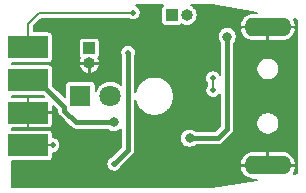
<source format=gbr>
G04 #@! TF.GenerationSoftware,KiCad,Pcbnew,(5.1.4)-1*
G04 #@! TF.CreationDate,2019-09-27T16:29:42+02:00*
G04 #@! TF.ProjectId,JoyAdapter,4a6f7941-6461-4707-9465-722e6b696361,rev?*
G04 #@! TF.SameCoordinates,Original*
G04 #@! TF.FileFunction,Copper,L2,Bot*
G04 #@! TF.FilePolarity,Positive*
%FSLAX46Y46*%
G04 Gerber Fmt 4.6, Leading zero omitted, Abs format (unit mm)*
G04 Created by KiCad (PCBNEW (5.1.4)-1) date 2019-09-27 16:29:42*
%MOMM*%
%LPD*%
G04 APERTURE LIST*
%ADD10O,1.000000X1.000000*%
%ADD11R,1.000000X1.000000*%
%ADD12R,3.480000X1.846667*%
%ADD13O,4.000000X1.600000*%
%ADD14C,1.800000*%
%ADD15R,1.800000X1.800000*%
%ADD16C,0.800000*%
%ADD17C,0.508000*%
%ADD18C,0.400000*%
%ADD19C,0.203200*%
G04 APERTURE END LIST*
D10*
X6985000Y2794000D03*
D11*
X6985000Y4064000D03*
D10*
X15240000Y6858000D03*
D11*
X13970000Y6858000D03*
D12*
X1778000Y-4155000D03*
X1778000Y-1385000D03*
X1778000Y1385000D03*
X1778000Y4155000D03*
D13*
X22093000Y-5850000D03*
X22093000Y5850000D03*
D14*
X8763000Y0D03*
D15*
X6223000Y0D03*
D16*
X12293600Y-2336800D03*
D17*
X13655800Y3191000D03*
X4800600Y-5740400D03*
D16*
X18669000Y5054600D03*
X15468600Y-3556000D03*
X9042400Y-2209800D03*
D17*
X9093200Y-5715000D03*
X10269600Y3691000D03*
X3873500Y-4127502D03*
X10676002Y7086590D03*
X17449800Y1524012D03*
X17475654Y507988D03*
D18*
X15468600Y-3556000D02*
X17881600Y-3556000D01*
X18669000Y-2768600D02*
X18669000Y5054600D01*
X17881600Y-3556000D02*
X18669000Y-2768600D01*
X4872999Y-893333D02*
X4872999Y-1260001D01*
X2594666Y1385000D02*
X4872999Y-893333D01*
X8476715Y-2209800D02*
X9042400Y-2209800D01*
X1778000Y1385000D02*
X2594666Y1385000D01*
X5822798Y-2209800D02*
X8476715Y-2209800D01*
X4872999Y-1260001D02*
X5822798Y-2209800D01*
X10269600Y-4538600D02*
X9093200Y-5715000D01*
X10269600Y3691000D02*
X10269600Y-4538600D01*
D19*
X1778000Y-4155000D02*
X3846002Y-4155000D01*
X3846002Y-4155000D02*
X3873500Y-4127502D01*
X4267190Y7086590D02*
X10676002Y7086590D01*
X2717790Y7086590D02*
X4267190Y7086590D01*
X1778000Y4155000D02*
X1778000Y6146800D01*
X1778000Y6146800D02*
X2717790Y7086590D01*
X17449800Y1524012D02*
X17449800Y533842D01*
X17449800Y533842D02*
X17475654Y507988D01*
G36*
X13181242Y7646758D02*
G01*
X13130456Y7584876D01*
X13092719Y7514275D01*
X13069481Y7437668D01*
X13061634Y7358000D01*
X13061634Y6358000D01*
X13069481Y6278332D01*
X13092719Y6201725D01*
X13130456Y6131124D01*
X13181242Y6069242D01*
X13243124Y6018456D01*
X13313725Y5980719D01*
X13390332Y5957481D01*
X13470000Y5949634D01*
X14470000Y5949634D01*
X14549668Y5957481D01*
X14626275Y5980719D01*
X14696876Y6018456D01*
X14758758Y6069242D01*
X14769158Y6081915D01*
X14891458Y6016544D01*
X15062315Y5964715D01*
X15195477Y5951600D01*
X15284523Y5951600D01*
X15417685Y5964715D01*
X15588542Y6016544D01*
X15746005Y6100710D01*
X15884022Y6213978D01*
X15997290Y6351995D01*
X16081456Y6509458D01*
X16133285Y6680315D01*
X16150785Y6858000D01*
X16133285Y7035685D01*
X16081456Y7206542D01*
X15997290Y7364005D01*
X15884022Y7502022D01*
X15746005Y7615290D01*
X15593885Y7696600D01*
X17363301Y7696600D01*
X21204501Y7056400D01*
X20867600Y7056400D01*
X20632731Y7028264D01*
X20407864Y6954848D01*
X20201641Y6838973D01*
X20021986Y6685093D01*
X19875804Y6499121D01*
X19768712Y6288203D01*
X19705690Y6063768D01*
X19788492Y5875400D01*
X22067600Y5875400D01*
X22067600Y5895400D01*
X22118400Y5895400D01*
X22118400Y5875400D01*
X24397508Y5875400D01*
X24480310Y6063768D01*
X24417288Y6288203D01*
X24310196Y6499121D01*
X24274319Y6544764D01*
X24587600Y6492550D01*
X24587601Y-6492550D01*
X24274319Y-6544764D01*
X24310196Y-6499121D01*
X24417288Y-6288203D01*
X24480310Y-6063768D01*
X24397508Y-5875400D01*
X22118400Y-5875400D01*
X22118400Y-5895400D01*
X22067600Y-5895400D01*
X22067600Y-5875400D01*
X19788492Y-5875400D01*
X19705690Y-6063768D01*
X19768712Y-6288203D01*
X19875804Y-6499121D01*
X20021986Y-6685093D01*
X20201641Y-6838973D01*
X20407864Y-6954848D01*
X20632731Y-7028264D01*
X20867600Y-7056400D01*
X21204501Y-7056400D01*
X17363301Y-7696600D01*
X431400Y-7696600D01*
X431400Y-5486699D01*
X3518000Y-5486699D01*
X3597668Y-5478852D01*
X3674275Y-5455614D01*
X3744876Y-5417877D01*
X3806758Y-5367091D01*
X3857544Y-5305209D01*
X3895281Y-5234608D01*
X3918519Y-5158001D01*
X3926366Y-5078333D01*
X3926366Y-4787902D01*
X3938544Y-4787902D01*
X4066131Y-4762523D01*
X4186317Y-4712741D01*
X4294480Y-4640468D01*
X4386466Y-4548482D01*
X4458739Y-4440319D01*
X4508521Y-4320133D01*
X4533900Y-4192546D01*
X4533900Y-4062458D01*
X4508521Y-3934871D01*
X4458739Y-3814685D01*
X4386466Y-3706522D01*
X4294480Y-3614536D01*
X4186317Y-3542263D01*
X4066131Y-3492481D01*
X3938544Y-3467102D01*
X3926366Y-3467102D01*
X3926366Y-3231667D01*
X3918519Y-3151999D01*
X3895281Y-3075392D01*
X3857544Y-3004791D01*
X3806758Y-2942909D01*
X3744876Y-2892123D01*
X3674275Y-2854386D01*
X3597668Y-2831148D01*
X3518000Y-2823301D01*
X431400Y-2823301D01*
X431400Y-2716220D01*
X1651000Y-2714733D01*
X1752600Y-2613133D01*
X1752600Y-1410400D01*
X1803400Y-1410400D01*
X1803400Y-2613133D01*
X1905000Y-2714733D01*
X3518000Y-2716699D01*
X3597668Y-2708852D01*
X3674275Y-2685614D01*
X3744876Y-2647877D01*
X3806758Y-2597091D01*
X3857544Y-2535209D01*
X3895281Y-2464608D01*
X3918519Y-2388001D01*
X3926366Y-2308333D01*
X3924400Y-1512000D01*
X3822800Y-1410400D01*
X1803400Y-1410400D01*
X1752600Y-1410400D01*
X1732600Y-1410400D01*
X1732600Y-1359600D01*
X1752600Y-1359600D01*
X1752600Y-156867D01*
X1651000Y-55267D01*
X431400Y-53780D01*
X431400Y53301D01*
X3068787Y53301D01*
X3175806Y-53718D01*
X1905000Y-55267D01*
X1803400Y-156867D01*
X1803400Y-1359600D01*
X3822800Y-1359600D01*
X3924400Y-1258000D01*
X3925522Y-803435D01*
X4266599Y-1144512D01*
X4266599Y-1230219D01*
X4263666Y-1260001D01*
X4266599Y-1289783D01*
X4266599Y-1289791D01*
X4275373Y-1378876D01*
X4310048Y-1493183D01*
X4311114Y-1495177D01*
X4366357Y-1598529D01*
X4406013Y-1646849D01*
X4442136Y-1690865D01*
X4465274Y-1709854D01*
X5372944Y-2617525D01*
X5391934Y-2640664D01*
X5484270Y-2716443D01*
X5589616Y-2772751D01*
X5703923Y-2807426D01*
X5793008Y-2816200D01*
X5793016Y-2816200D01*
X5822798Y-2819133D01*
X5852580Y-2816200D01*
X8508378Y-2816200D01*
X8528350Y-2836172D01*
X8660426Y-2924423D01*
X8807182Y-2985211D01*
X8962977Y-3016200D01*
X9121823Y-3016200D01*
X9277618Y-2985211D01*
X9424374Y-2924423D01*
X9556450Y-2836172D01*
X9663201Y-2729421D01*
X9663201Y-4287420D01*
X8849482Y-5101140D01*
X8780383Y-5129761D01*
X8672220Y-5202034D01*
X8580234Y-5294020D01*
X8507961Y-5402183D01*
X8458179Y-5522369D01*
X8432800Y-5649956D01*
X8432800Y-5780044D01*
X8458179Y-5907631D01*
X8507961Y-6027817D01*
X8580234Y-6135980D01*
X8672220Y-6227966D01*
X8780383Y-6300239D01*
X8900569Y-6350021D01*
X9028156Y-6375400D01*
X9158244Y-6375400D01*
X9285831Y-6350021D01*
X9406017Y-6300239D01*
X9514180Y-6227966D01*
X9606166Y-6135980D01*
X9678439Y-6027817D01*
X9707060Y-5958718D01*
X10029546Y-5636232D01*
X19705690Y-5636232D01*
X19788492Y-5824600D01*
X22067600Y-5824600D01*
X22067600Y-4643600D01*
X22118400Y-4643600D01*
X22118400Y-5824600D01*
X24397508Y-5824600D01*
X24480310Y-5636232D01*
X24417288Y-5411797D01*
X24310196Y-5200879D01*
X24164014Y-5014907D01*
X23984359Y-4861027D01*
X23778136Y-4745152D01*
X23553269Y-4671736D01*
X23318400Y-4643600D01*
X22118400Y-4643600D01*
X22067600Y-4643600D01*
X20867600Y-4643600D01*
X20632731Y-4671736D01*
X20407864Y-4745152D01*
X20201641Y-4861027D01*
X20021986Y-5014907D01*
X19875804Y-5200879D01*
X19768712Y-5411797D01*
X19705690Y-5636232D01*
X10029546Y-5636232D01*
X10677325Y-4988454D01*
X10700464Y-4969464D01*
X10776243Y-4877128D01*
X10832551Y-4771782D01*
X10867226Y-4657475D01*
X10876000Y-4568390D01*
X10876000Y-4568382D01*
X10878933Y-4538600D01*
X10876000Y-4508818D01*
X10876000Y-3476577D01*
X14662200Y-3476577D01*
X14662200Y-3635423D01*
X14693189Y-3791218D01*
X14753977Y-3937974D01*
X14842228Y-4070050D01*
X14954550Y-4182372D01*
X15086626Y-4270623D01*
X15233382Y-4331411D01*
X15389177Y-4362400D01*
X15548023Y-4362400D01*
X15703818Y-4331411D01*
X15850574Y-4270623D01*
X15982650Y-4182372D01*
X16002622Y-4162400D01*
X17851818Y-4162400D01*
X17881600Y-4165333D01*
X17911382Y-4162400D01*
X17911390Y-4162400D01*
X18000475Y-4153626D01*
X18114782Y-4118951D01*
X18220128Y-4062643D01*
X18312464Y-3986864D01*
X18331458Y-3963720D01*
X19076726Y-3218452D01*
X19099864Y-3199464D01*
X19175643Y-3107128D01*
X19231951Y-3001782D01*
X19245119Y-2958374D01*
X19266626Y-2887476D01*
X19271166Y-2841377D01*
X19275400Y-2798390D01*
X19275400Y-2798382D01*
X19278333Y-2768600D01*
X19275400Y-2738818D01*
X19275400Y-2205803D01*
X21136600Y-2205803D01*
X21136600Y-2394197D01*
X21173354Y-2578972D01*
X21245449Y-2753025D01*
X21350115Y-2909670D01*
X21483330Y-3042885D01*
X21639975Y-3147551D01*
X21814028Y-3219646D01*
X21998803Y-3256400D01*
X22187197Y-3256400D01*
X22371972Y-3219646D01*
X22546025Y-3147551D01*
X22702670Y-3042885D01*
X22835885Y-2909670D01*
X22940551Y-2753025D01*
X23012646Y-2578972D01*
X23049400Y-2394197D01*
X23049400Y-2205803D01*
X23012646Y-2021028D01*
X22940551Y-1846975D01*
X22835885Y-1690330D01*
X22702670Y-1557115D01*
X22546025Y-1452449D01*
X22371972Y-1380354D01*
X22187197Y-1343600D01*
X21998803Y-1343600D01*
X21814028Y-1380354D01*
X21639975Y-1452449D01*
X21483330Y-1557115D01*
X21350115Y-1690330D01*
X21245449Y-1846975D01*
X21173354Y-2021028D01*
X21136600Y-2205803D01*
X19275400Y-2205803D01*
X19275400Y2394197D01*
X21136600Y2394197D01*
X21136600Y2205803D01*
X21173354Y2021028D01*
X21245449Y1846975D01*
X21350115Y1690330D01*
X21483330Y1557115D01*
X21639975Y1452449D01*
X21814028Y1380354D01*
X21998803Y1343600D01*
X22187197Y1343600D01*
X22371972Y1380354D01*
X22546025Y1452449D01*
X22702670Y1557115D01*
X22835885Y1690330D01*
X22940551Y1846975D01*
X23012646Y2021028D01*
X23049400Y2205803D01*
X23049400Y2394197D01*
X23012646Y2578972D01*
X22940551Y2753025D01*
X22835885Y2909670D01*
X22702670Y3042885D01*
X22546025Y3147551D01*
X22371972Y3219646D01*
X22187197Y3256400D01*
X21998803Y3256400D01*
X21814028Y3219646D01*
X21639975Y3147551D01*
X21483330Y3042885D01*
X21350115Y2909670D01*
X21245449Y2753025D01*
X21173354Y2578972D01*
X21136600Y2394197D01*
X19275400Y2394197D01*
X19275400Y4520578D01*
X19295372Y4540550D01*
X19383623Y4672626D01*
X19444411Y4819382D01*
X19475400Y4975177D01*
X19475400Y5134023D01*
X19444411Y5289818D01*
X19383623Y5436574D01*
X19295372Y5568650D01*
X19227790Y5636232D01*
X19705690Y5636232D01*
X19768712Y5411797D01*
X19875804Y5200879D01*
X20021986Y5014907D01*
X20201641Y4861027D01*
X20407864Y4745152D01*
X20632731Y4671736D01*
X20867600Y4643600D01*
X22067600Y4643600D01*
X22067600Y5824600D01*
X22118400Y5824600D01*
X22118400Y4643600D01*
X23318400Y4643600D01*
X23553269Y4671736D01*
X23778136Y4745152D01*
X23984359Y4861027D01*
X24164014Y5014907D01*
X24310196Y5200879D01*
X24417288Y5411797D01*
X24480310Y5636232D01*
X24397508Y5824600D01*
X22118400Y5824600D01*
X22067600Y5824600D01*
X19788492Y5824600D01*
X19705690Y5636232D01*
X19227790Y5636232D01*
X19183050Y5680972D01*
X19050974Y5769223D01*
X18904218Y5830011D01*
X18748423Y5861000D01*
X18589577Y5861000D01*
X18433782Y5830011D01*
X18287026Y5769223D01*
X18154950Y5680972D01*
X18042628Y5568650D01*
X17954377Y5436574D01*
X17893589Y5289818D01*
X17862600Y5134023D01*
X17862600Y4975177D01*
X17893589Y4819382D01*
X17954377Y4672626D01*
X18042628Y4540550D01*
X18062601Y4520577D01*
X18062601Y1770289D01*
X18035039Y1836829D01*
X17962766Y1944992D01*
X17870780Y2036978D01*
X17762617Y2109251D01*
X17642431Y2159033D01*
X17514844Y2184412D01*
X17384756Y2184412D01*
X17257169Y2159033D01*
X17136983Y2109251D01*
X17028820Y2036978D01*
X16936834Y1944992D01*
X16864561Y1836829D01*
X16814779Y1716643D01*
X16789400Y1589056D01*
X16789400Y1458968D01*
X16814779Y1331381D01*
X16864561Y1211195D01*
X16936834Y1103032D01*
X16941800Y1098066D01*
X16941801Y897708D01*
X16890415Y820805D01*
X16840633Y700619D01*
X16815254Y573032D01*
X16815254Y442944D01*
X16840633Y315357D01*
X16890415Y195171D01*
X16962688Y87008D01*
X17054674Y-4978D01*
X17162837Y-77251D01*
X17283023Y-127033D01*
X17410610Y-152412D01*
X17540698Y-152412D01*
X17668285Y-127033D01*
X17788471Y-77251D01*
X17896634Y-4978D01*
X17988620Y87008D01*
X18060893Y195171D01*
X18062600Y199293D01*
X18062600Y-2517421D01*
X17630422Y-2949600D01*
X16002622Y-2949600D01*
X15982650Y-2929628D01*
X15850574Y-2841377D01*
X15703818Y-2780589D01*
X15548023Y-2749600D01*
X15389177Y-2749600D01*
X15233382Y-2780589D01*
X15086626Y-2841377D01*
X14954550Y-2929628D01*
X14842228Y-3041950D01*
X14753977Y-3174026D01*
X14693189Y-3320782D01*
X14662200Y-3476577D01*
X10876000Y-3476577D01*
X10876000Y-342116D01*
X10904054Y-483154D01*
X11028917Y-784600D01*
X11210190Y-1055894D01*
X11440906Y-1286610D01*
X11712200Y-1467883D01*
X12013646Y-1592746D01*
X12333659Y-1656400D01*
X12659941Y-1656400D01*
X12979954Y-1592746D01*
X13281400Y-1467883D01*
X13552694Y-1286610D01*
X13783410Y-1055894D01*
X13964683Y-784600D01*
X14089546Y-483154D01*
X14153200Y-163141D01*
X14153200Y163141D01*
X14089546Y483154D01*
X13964683Y784600D01*
X13783410Y1055894D01*
X13552694Y1286610D01*
X13281400Y1467883D01*
X12979954Y1592746D01*
X12659941Y1656400D01*
X12333659Y1656400D01*
X12013646Y1592746D01*
X11712200Y1467883D01*
X11440906Y1286610D01*
X11210190Y1055894D01*
X11028917Y784600D01*
X10904054Y483154D01*
X10876000Y342116D01*
X10876000Y3429271D01*
X10904621Y3498369D01*
X10930000Y3625956D01*
X10930000Y3756044D01*
X10904621Y3883631D01*
X10854839Y4003817D01*
X10782566Y4111980D01*
X10690580Y4203966D01*
X10582417Y4276239D01*
X10462231Y4326021D01*
X10334644Y4351400D01*
X10204556Y4351400D01*
X10076969Y4326021D01*
X9956783Y4276239D01*
X9848620Y4203966D01*
X9756634Y4111980D01*
X9684361Y4003817D01*
X9634579Y3883631D01*
X9609200Y3756044D01*
X9609200Y3625956D01*
X9634579Y3498369D01*
X9663200Y3429271D01*
X9663200Y947328D01*
X9595781Y1014747D01*
X9381812Y1157717D01*
X9144063Y1256196D01*
X8891669Y1306400D01*
X8634331Y1306400D01*
X8381937Y1256196D01*
X8144188Y1157717D01*
X7930219Y1014747D01*
X7748253Y832781D01*
X7605283Y618812D01*
X7531366Y440361D01*
X7531366Y900000D01*
X7523519Y979668D01*
X7500281Y1056275D01*
X7462544Y1126876D01*
X7411758Y1188758D01*
X7349876Y1239544D01*
X7279275Y1277281D01*
X7202668Y1300519D01*
X7123000Y1308366D01*
X5323000Y1308366D01*
X5243332Y1300519D01*
X5166725Y1277281D01*
X5096124Y1239544D01*
X5034242Y1188758D01*
X4983456Y1126876D01*
X4945719Y1056275D01*
X4922481Y979668D01*
X4914634Y900000D01*
X4914634Y-77389D01*
X3926366Y910878D01*
X3926366Y2308333D01*
X3918519Y2388001D01*
X3895281Y2464608D01*
X3857544Y2535209D01*
X3806758Y2597091D01*
X3770100Y2627176D01*
X6094084Y2627176D01*
X6098058Y2607184D01*
X6151546Y2437740D01*
X6237063Y2281987D01*
X6351323Y2145910D01*
X6489935Y2034739D01*
X6647572Y1952746D01*
X6818176Y1903082D01*
X6959600Y1989554D01*
X6959600Y2768600D01*
X7010400Y2768600D01*
X7010400Y1989554D01*
X7151824Y1903082D01*
X7322428Y1952746D01*
X7480065Y2034739D01*
X7618677Y2145910D01*
X7732937Y2281987D01*
X7818454Y2437740D01*
X7871942Y2607184D01*
X7875916Y2627176D01*
X7789399Y2768600D01*
X7010400Y2768600D01*
X6959600Y2768600D01*
X6180601Y2768600D01*
X6094084Y2627176D01*
X3770100Y2627176D01*
X3744876Y2647877D01*
X3674275Y2685614D01*
X3597668Y2708852D01*
X3518000Y2716699D01*
X431400Y2716699D01*
X431400Y2823301D01*
X3518000Y2823301D01*
X3597668Y2831148D01*
X3674275Y2854386D01*
X3744876Y2892123D01*
X3806758Y2942909D01*
X3857544Y3004791D01*
X3895281Y3075392D01*
X3918519Y3151999D01*
X3926366Y3231667D01*
X3926366Y4564000D01*
X6076634Y4564000D01*
X6076634Y3564000D01*
X6084481Y3484332D01*
X6107719Y3407725D01*
X6145456Y3337124D01*
X6196242Y3275242D01*
X6212736Y3261706D01*
X6151546Y3150260D01*
X6098058Y2980816D01*
X6094084Y2960824D01*
X6180601Y2819400D01*
X6959600Y2819400D01*
X6959600Y2839400D01*
X7010400Y2839400D01*
X7010400Y2819400D01*
X7789399Y2819400D01*
X7875916Y2960824D01*
X7871942Y2980816D01*
X7818454Y3150260D01*
X7757264Y3261706D01*
X7773758Y3275242D01*
X7824544Y3337124D01*
X7862281Y3407725D01*
X7885519Y3484332D01*
X7893366Y3564000D01*
X7893366Y4564000D01*
X7885519Y4643668D01*
X7862281Y4720275D01*
X7824544Y4790876D01*
X7773758Y4852758D01*
X7711876Y4903544D01*
X7641275Y4941281D01*
X7564668Y4964519D01*
X7485000Y4972366D01*
X6485000Y4972366D01*
X6405332Y4964519D01*
X6328725Y4941281D01*
X6258124Y4903544D01*
X6196242Y4852758D01*
X6145456Y4790876D01*
X6107719Y4720275D01*
X6084481Y4643668D01*
X6076634Y4564000D01*
X3926366Y4564000D01*
X3926366Y5078333D01*
X3918519Y5158001D01*
X3895281Y5234608D01*
X3857544Y5305209D01*
X3806758Y5367091D01*
X3744876Y5417877D01*
X3674275Y5455614D01*
X3597668Y5478852D01*
X3518000Y5486699D01*
X2286000Y5486699D01*
X2286000Y5936380D01*
X2928210Y6578590D01*
X10250056Y6578590D01*
X10255022Y6573624D01*
X10363185Y6501351D01*
X10483371Y6451569D01*
X10610958Y6426190D01*
X10741046Y6426190D01*
X10868633Y6451569D01*
X10988819Y6501351D01*
X11096982Y6573624D01*
X11188968Y6665610D01*
X11261241Y6773773D01*
X11311023Y6893959D01*
X11336402Y7021546D01*
X11336402Y7151634D01*
X11311023Y7279221D01*
X11261241Y7399407D01*
X11188968Y7507570D01*
X11096982Y7599556D01*
X10988819Y7671829D01*
X10929016Y7696600D01*
X13241974Y7696600D01*
X13181242Y7646758D01*
X13181242Y7646758D01*
G37*
X13181242Y7646758D02*
X13130456Y7584876D01*
X13092719Y7514275D01*
X13069481Y7437668D01*
X13061634Y7358000D01*
X13061634Y6358000D01*
X13069481Y6278332D01*
X13092719Y6201725D01*
X13130456Y6131124D01*
X13181242Y6069242D01*
X13243124Y6018456D01*
X13313725Y5980719D01*
X13390332Y5957481D01*
X13470000Y5949634D01*
X14470000Y5949634D01*
X14549668Y5957481D01*
X14626275Y5980719D01*
X14696876Y6018456D01*
X14758758Y6069242D01*
X14769158Y6081915D01*
X14891458Y6016544D01*
X15062315Y5964715D01*
X15195477Y5951600D01*
X15284523Y5951600D01*
X15417685Y5964715D01*
X15588542Y6016544D01*
X15746005Y6100710D01*
X15884022Y6213978D01*
X15997290Y6351995D01*
X16081456Y6509458D01*
X16133285Y6680315D01*
X16150785Y6858000D01*
X16133285Y7035685D01*
X16081456Y7206542D01*
X15997290Y7364005D01*
X15884022Y7502022D01*
X15746005Y7615290D01*
X15593885Y7696600D01*
X17363301Y7696600D01*
X21204501Y7056400D01*
X20867600Y7056400D01*
X20632731Y7028264D01*
X20407864Y6954848D01*
X20201641Y6838973D01*
X20021986Y6685093D01*
X19875804Y6499121D01*
X19768712Y6288203D01*
X19705690Y6063768D01*
X19788492Y5875400D01*
X22067600Y5875400D01*
X22067600Y5895400D01*
X22118400Y5895400D01*
X22118400Y5875400D01*
X24397508Y5875400D01*
X24480310Y6063768D01*
X24417288Y6288203D01*
X24310196Y6499121D01*
X24274319Y6544764D01*
X24587600Y6492550D01*
X24587601Y-6492550D01*
X24274319Y-6544764D01*
X24310196Y-6499121D01*
X24417288Y-6288203D01*
X24480310Y-6063768D01*
X24397508Y-5875400D01*
X22118400Y-5875400D01*
X22118400Y-5895400D01*
X22067600Y-5895400D01*
X22067600Y-5875400D01*
X19788492Y-5875400D01*
X19705690Y-6063768D01*
X19768712Y-6288203D01*
X19875804Y-6499121D01*
X20021986Y-6685093D01*
X20201641Y-6838973D01*
X20407864Y-6954848D01*
X20632731Y-7028264D01*
X20867600Y-7056400D01*
X21204501Y-7056400D01*
X17363301Y-7696600D01*
X431400Y-7696600D01*
X431400Y-5486699D01*
X3518000Y-5486699D01*
X3597668Y-5478852D01*
X3674275Y-5455614D01*
X3744876Y-5417877D01*
X3806758Y-5367091D01*
X3857544Y-5305209D01*
X3895281Y-5234608D01*
X3918519Y-5158001D01*
X3926366Y-5078333D01*
X3926366Y-4787902D01*
X3938544Y-4787902D01*
X4066131Y-4762523D01*
X4186317Y-4712741D01*
X4294480Y-4640468D01*
X4386466Y-4548482D01*
X4458739Y-4440319D01*
X4508521Y-4320133D01*
X4533900Y-4192546D01*
X4533900Y-4062458D01*
X4508521Y-3934871D01*
X4458739Y-3814685D01*
X4386466Y-3706522D01*
X4294480Y-3614536D01*
X4186317Y-3542263D01*
X4066131Y-3492481D01*
X3938544Y-3467102D01*
X3926366Y-3467102D01*
X3926366Y-3231667D01*
X3918519Y-3151999D01*
X3895281Y-3075392D01*
X3857544Y-3004791D01*
X3806758Y-2942909D01*
X3744876Y-2892123D01*
X3674275Y-2854386D01*
X3597668Y-2831148D01*
X3518000Y-2823301D01*
X431400Y-2823301D01*
X431400Y-2716220D01*
X1651000Y-2714733D01*
X1752600Y-2613133D01*
X1752600Y-1410400D01*
X1803400Y-1410400D01*
X1803400Y-2613133D01*
X1905000Y-2714733D01*
X3518000Y-2716699D01*
X3597668Y-2708852D01*
X3674275Y-2685614D01*
X3744876Y-2647877D01*
X3806758Y-2597091D01*
X3857544Y-2535209D01*
X3895281Y-2464608D01*
X3918519Y-2388001D01*
X3926366Y-2308333D01*
X3924400Y-1512000D01*
X3822800Y-1410400D01*
X1803400Y-1410400D01*
X1752600Y-1410400D01*
X1732600Y-1410400D01*
X1732600Y-1359600D01*
X1752600Y-1359600D01*
X1752600Y-156867D01*
X1651000Y-55267D01*
X431400Y-53780D01*
X431400Y53301D01*
X3068787Y53301D01*
X3175806Y-53718D01*
X1905000Y-55267D01*
X1803400Y-156867D01*
X1803400Y-1359600D01*
X3822800Y-1359600D01*
X3924400Y-1258000D01*
X3925522Y-803435D01*
X4266599Y-1144512D01*
X4266599Y-1230219D01*
X4263666Y-1260001D01*
X4266599Y-1289783D01*
X4266599Y-1289791D01*
X4275373Y-1378876D01*
X4310048Y-1493183D01*
X4311114Y-1495177D01*
X4366357Y-1598529D01*
X4406013Y-1646849D01*
X4442136Y-1690865D01*
X4465274Y-1709854D01*
X5372944Y-2617525D01*
X5391934Y-2640664D01*
X5484270Y-2716443D01*
X5589616Y-2772751D01*
X5703923Y-2807426D01*
X5793008Y-2816200D01*
X5793016Y-2816200D01*
X5822798Y-2819133D01*
X5852580Y-2816200D01*
X8508378Y-2816200D01*
X8528350Y-2836172D01*
X8660426Y-2924423D01*
X8807182Y-2985211D01*
X8962977Y-3016200D01*
X9121823Y-3016200D01*
X9277618Y-2985211D01*
X9424374Y-2924423D01*
X9556450Y-2836172D01*
X9663201Y-2729421D01*
X9663201Y-4287420D01*
X8849482Y-5101140D01*
X8780383Y-5129761D01*
X8672220Y-5202034D01*
X8580234Y-5294020D01*
X8507961Y-5402183D01*
X8458179Y-5522369D01*
X8432800Y-5649956D01*
X8432800Y-5780044D01*
X8458179Y-5907631D01*
X8507961Y-6027817D01*
X8580234Y-6135980D01*
X8672220Y-6227966D01*
X8780383Y-6300239D01*
X8900569Y-6350021D01*
X9028156Y-6375400D01*
X9158244Y-6375400D01*
X9285831Y-6350021D01*
X9406017Y-6300239D01*
X9514180Y-6227966D01*
X9606166Y-6135980D01*
X9678439Y-6027817D01*
X9707060Y-5958718D01*
X10029546Y-5636232D01*
X19705690Y-5636232D01*
X19788492Y-5824600D01*
X22067600Y-5824600D01*
X22067600Y-4643600D01*
X22118400Y-4643600D01*
X22118400Y-5824600D01*
X24397508Y-5824600D01*
X24480310Y-5636232D01*
X24417288Y-5411797D01*
X24310196Y-5200879D01*
X24164014Y-5014907D01*
X23984359Y-4861027D01*
X23778136Y-4745152D01*
X23553269Y-4671736D01*
X23318400Y-4643600D01*
X22118400Y-4643600D01*
X22067600Y-4643600D01*
X20867600Y-4643600D01*
X20632731Y-4671736D01*
X20407864Y-4745152D01*
X20201641Y-4861027D01*
X20021986Y-5014907D01*
X19875804Y-5200879D01*
X19768712Y-5411797D01*
X19705690Y-5636232D01*
X10029546Y-5636232D01*
X10677325Y-4988454D01*
X10700464Y-4969464D01*
X10776243Y-4877128D01*
X10832551Y-4771782D01*
X10867226Y-4657475D01*
X10876000Y-4568390D01*
X10876000Y-4568382D01*
X10878933Y-4538600D01*
X10876000Y-4508818D01*
X10876000Y-3476577D01*
X14662200Y-3476577D01*
X14662200Y-3635423D01*
X14693189Y-3791218D01*
X14753977Y-3937974D01*
X14842228Y-4070050D01*
X14954550Y-4182372D01*
X15086626Y-4270623D01*
X15233382Y-4331411D01*
X15389177Y-4362400D01*
X15548023Y-4362400D01*
X15703818Y-4331411D01*
X15850574Y-4270623D01*
X15982650Y-4182372D01*
X16002622Y-4162400D01*
X17851818Y-4162400D01*
X17881600Y-4165333D01*
X17911382Y-4162400D01*
X17911390Y-4162400D01*
X18000475Y-4153626D01*
X18114782Y-4118951D01*
X18220128Y-4062643D01*
X18312464Y-3986864D01*
X18331458Y-3963720D01*
X19076726Y-3218452D01*
X19099864Y-3199464D01*
X19175643Y-3107128D01*
X19231951Y-3001782D01*
X19245119Y-2958374D01*
X19266626Y-2887476D01*
X19271166Y-2841377D01*
X19275400Y-2798390D01*
X19275400Y-2798382D01*
X19278333Y-2768600D01*
X19275400Y-2738818D01*
X19275400Y-2205803D01*
X21136600Y-2205803D01*
X21136600Y-2394197D01*
X21173354Y-2578972D01*
X21245449Y-2753025D01*
X21350115Y-2909670D01*
X21483330Y-3042885D01*
X21639975Y-3147551D01*
X21814028Y-3219646D01*
X21998803Y-3256400D01*
X22187197Y-3256400D01*
X22371972Y-3219646D01*
X22546025Y-3147551D01*
X22702670Y-3042885D01*
X22835885Y-2909670D01*
X22940551Y-2753025D01*
X23012646Y-2578972D01*
X23049400Y-2394197D01*
X23049400Y-2205803D01*
X23012646Y-2021028D01*
X22940551Y-1846975D01*
X22835885Y-1690330D01*
X22702670Y-1557115D01*
X22546025Y-1452449D01*
X22371972Y-1380354D01*
X22187197Y-1343600D01*
X21998803Y-1343600D01*
X21814028Y-1380354D01*
X21639975Y-1452449D01*
X21483330Y-1557115D01*
X21350115Y-1690330D01*
X21245449Y-1846975D01*
X21173354Y-2021028D01*
X21136600Y-2205803D01*
X19275400Y-2205803D01*
X19275400Y2394197D01*
X21136600Y2394197D01*
X21136600Y2205803D01*
X21173354Y2021028D01*
X21245449Y1846975D01*
X21350115Y1690330D01*
X21483330Y1557115D01*
X21639975Y1452449D01*
X21814028Y1380354D01*
X21998803Y1343600D01*
X22187197Y1343600D01*
X22371972Y1380354D01*
X22546025Y1452449D01*
X22702670Y1557115D01*
X22835885Y1690330D01*
X22940551Y1846975D01*
X23012646Y2021028D01*
X23049400Y2205803D01*
X23049400Y2394197D01*
X23012646Y2578972D01*
X22940551Y2753025D01*
X22835885Y2909670D01*
X22702670Y3042885D01*
X22546025Y3147551D01*
X22371972Y3219646D01*
X22187197Y3256400D01*
X21998803Y3256400D01*
X21814028Y3219646D01*
X21639975Y3147551D01*
X21483330Y3042885D01*
X21350115Y2909670D01*
X21245449Y2753025D01*
X21173354Y2578972D01*
X21136600Y2394197D01*
X19275400Y2394197D01*
X19275400Y4520578D01*
X19295372Y4540550D01*
X19383623Y4672626D01*
X19444411Y4819382D01*
X19475400Y4975177D01*
X19475400Y5134023D01*
X19444411Y5289818D01*
X19383623Y5436574D01*
X19295372Y5568650D01*
X19227790Y5636232D01*
X19705690Y5636232D01*
X19768712Y5411797D01*
X19875804Y5200879D01*
X20021986Y5014907D01*
X20201641Y4861027D01*
X20407864Y4745152D01*
X20632731Y4671736D01*
X20867600Y4643600D01*
X22067600Y4643600D01*
X22067600Y5824600D01*
X22118400Y5824600D01*
X22118400Y4643600D01*
X23318400Y4643600D01*
X23553269Y4671736D01*
X23778136Y4745152D01*
X23984359Y4861027D01*
X24164014Y5014907D01*
X24310196Y5200879D01*
X24417288Y5411797D01*
X24480310Y5636232D01*
X24397508Y5824600D01*
X22118400Y5824600D01*
X22067600Y5824600D01*
X19788492Y5824600D01*
X19705690Y5636232D01*
X19227790Y5636232D01*
X19183050Y5680972D01*
X19050974Y5769223D01*
X18904218Y5830011D01*
X18748423Y5861000D01*
X18589577Y5861000D01*
X18433782Y5830011D01*
X18287026Y5769223D01*
X18154950Y5680972D01*
X18042628Y5568650D01*
X17954377Y5436574D01*
X17893589Y5289818D01*
X17862600Y5134023D01*
X17862600Y4975177D01*
X17893589Y4819382D01*
X17954377Y4672626D01*
X18042628Y4540550D01*
X18062601Y4520577D01*
X18062601Y1770289D01*
X18035039Y1836829D01*
X17962766Y1944992D01*
X17870780Y2036978D01*
X17762617Y2109251D01*
X17642431Y2159033D01*
X17514844Y2184412D01*
X17384756Y2184412D01*
X17257169Y2159033D01*
X17136983Y2109251D01*
X17028820Y2036978D01*
X16936834Y1944992D01*
X16864561Y1836829D01*
X16814779Y1716643D01*
X16789400Y1589056D01*
X16789400Y1458968D01*
X16814779Y1331381D01*
X16864561Y1211195D01*
X16936834Y1103032D01*
X16941800Y1098066D01*
X16941801Y897708D01*
X16890415Y820805D01*
X16840633Y700619D01*
X16815254Y573032D01*
X16815254Y442944D01*
X16840633Y315357D01*
X16890415Y195171D01*
X16962688Y87008D01*
X17054674Y-4978D01*
X17162837Y-77251D01*
X17283023Y-127033D01*
X17410610Y-152412D01*
X17540698Y-152412D01*
X17668285Y-127033D01*
X17788471Y-77251D01*
X17896634Y-4978D01*
X17988620Y87008D01*
X18060893Y195171D01*
X18062600Y199293D01*
X18062600Y-2517421D01*
X17630422Y-2949600D01*
X16002622Y-2949600D01*
X15982650Y-2929628D01*
X15850574Y-2841377D01*
X15703818Y-2780589D01*
X15548023Y-2749600D01*
X15389177Y-2749600D01*
X15233382Y-2780589D01*
X15086626Y-2841377D01*
X14954550Y-2929628D01*
X14842228Y-3041950D01*
X14753977Y-3174026D01*
X14693189Y-3320782D01*
X14662200Y-3476577D01*
X10876000Y-3476577D01*
X10876000Y-342116D01*
X10904054Y-483154D01*
X11028917Y-784600D01*
X11210190Y-1055894D01*
X11440906Y-1286610D01*
X11712200Y-1467883D01*
X12013646Y-1592746D01*
X12333659Y-1656400D01*
X12659941Y-1656400D01*
X12979954Y-1592746D01*
X13281400Y-1467883D01*
X13552694Y-1286610D01*
X13783410Y-1055894D01*
X13964683Y-784600D01*
X14089546Y-483154D01*
X14153200Y-163141D01*
X14153200Y163141D01*
X14089546Y483154D01*
X13964683Y784600D01*
X13783410Y1055894D01*
X13552694Y1286610D01*
X13281400Y1467883D01*
X12979954Y1592746D01*
X12659941Y1656400D01*
X12333659Y1656400D01*
X12013646Y1592746D01*
X11712200Y1467883D01*
X11440906Y1286610D01*
X11210190Y1055894D01*
X11028917Y784600D01*
X10904054Y483154D01*
X10876000Y342116D01*
X10876000Y3429271D01*
X10904621Y3498369D01*
X10930000Y3625956D01*
X10930000Y3756044D01*
X10904621Y3883631D01*
X10854839Y4003817D01*
X10782566Y4111980D01*
X10690580Y4203966D01*
X10582417Y4276239D01*
X10462231Y4326021D01*
X10334644Y4351400D01*
X10204556Y4351400D01*
X10076969Y4326021D01*
X9956783Y4276239D01*
X9848620Y4203966D01*
X9756634Y4111980D01*
X9684361Y4003817D01*
X9634579Y3883631D01*
X9609200Y3756044D01*
X9609200Y3625956D01*
X9634579Y3498369D01*
X9663200Y3429271D01*
X9663200Y947328D01*
X9595781Y1014747D01*
X9381812Y1157717D01*
X9144063Y1256196D01*
X8891669Y1306400D01*
X8634331Y1306400D01*
X8381937Y1256196D01*
X8144188Y1157717D01*
X7930219Y1014747D01*
X7748253Y832781D01*
X7605283Y618812D01*
X7531366Y440361D01*
X7531366Y900000D01*
X7523519Y979668D01*
X7500281Y1056275D01*
X7462544Y1126876D01*
X7411758Y1188758D01*
X7349876Y1239544D01*
X7279275Y1277281D01*
X7202668Y1300519D01*
X7123000Y1308366D01*
X5323000Y1308366D01*
X5243332Y1300519D01*
X5166725Y1277281D01*
X5096124Y1239544D01*
X5034242Y1188758D01*
X4983456Y1126876D01*
X4945719Y1056275D01*
X4922481Y979668D01*
X4914634Y900000D01*
X4914634Y-77389D01*
X3926366Y910878D01*
X3926366Y2308333D01*
X3918519Y2388001D01*
X3895281Y2464608D01*
X3857544Y2535209D01*
X3806758Y2597091D01*
X3770100Y2627176D01*
X6094084Y2627176D01*
X6098058Y2607184D01*
X6151546Y2437740D01*
X6237063Y2281987D01*
X6351323Y2145910D01*
X6489935Y2034739D01*
X6647572Y1952746D01*
X6818176Y1903082D01*
X6959600Y1989554D01*
X6959600Y2768600D01*
X7010400Y2768600D01*
X7010400Y1989554D01*
X7151824Y1903082D01*
X7322428Y1952746D01*
X7480065Y2034739D01*
X7618677Y2145910D01*
X7732937Y2281987D01*
X7818454Y2437740D01*
X7871942Y2607184D01*
X7875916Y2627176D01*
X7789399Y2768600D01*
X7010400Y2768600D01*
X6959600Y2768600D01*
X6180601Y2768600D01*
X6094084Y2627176D01*
X3770100Y2627176D01*
X3744876Y2647877D01*
X3674275Y2685614D01*
X3597668Y2708852D01*
X3518000Y2716699D01*
X431400Y2716699D01*
X431400Y2823301D01*
X3518000Y2823301D01*
X3597668Y2831148D01*
X3674275Y2854386D01*
X3744876Y2892123D01*
X3806758Y2942909D01*
X3857544Y3004791D01*
X3895281Y3075392D01*
X3918519Y3151999D01*
X3926366Y3231667D01*
X3926366Y4564000D01*
X6076634Y4564000D01*
X6076634Y3564000D01*
X6084481Y3484332D01*
X6107719Y3407725D01*
X6145456Y3337124D01*
X6196242Y3275242D01*
X6212736Y3261706D01*
X6151546Y3150260D01*
X6098058Y2980816D01*
X6094084Y2960824D01*
X6180601Y2819400D01*
X6959600Y2819400D01*
X6959600Y2839400D01*
X7010400Y2839400D01*
X7010400Y2819400D01*
X7789399Y2819400D01*
X7875916Y2960824D01*
X7871942Y2980816D01*
X7818454Y3150260D01*
X7757264Y3261706D01*
X7773758Y3275242D01*
X7824544Y3337124D01*
X7862281Y3407725D01*
X7885519Y3484332D01*
X7893366Y3564000D01*
X7893366Y4564000D01*
X7885519Y4643668D01*
X7862281Y4720275D01*
X7824544Y4790876D01*
X7773758Y4852758D01*
X7711876Y4903544D01*
X7641275Y4941281D01*
X7564668Y4964519D01*
X7485000Y4972366D01*
X6485000Y4972366D01*
X6405332Y4964519D01*
X6328725Y4941281D01*
X6258124Y4903544D01*
X6196242Y4852758D01*
X6145456Y4790876D01*
X6107719Y4720275D01*
X6084481Y4643668D01*
X6076634Y4564000D01*
X3926366Y4564000D01*
X3926366Y5078333D01*
X3918519Y5158001D01*
X3895281Y5234608D01*
X3857544Y5305209D01*
X3806758Y5367091D01*
X3744876Y5417877D01*
X3674275Y5455614D01*
X3597668Y5478852D01*
X3518000Y5486699D01*
X2286000Y5486699D01*
X2286000Y5936380D01*
X2928210Y6578590D01*
X10250056Y6578590D01*
X10255022Y6573624D01*
X10363185Y6501351D01*
X10483371Y6451569D01*
X10610958Y6426190D01*
X10741046Y6426190D01*
X10868633Y6451569D01*
X10988819Y6501351D01*
X11096982Y6573624D01*
X11188968Y6665610D01*
X11261241Y6773773D01*
X11311023Y6893959D01*
X11336402Y7021546D01*
X11336402Y7151634D01*
X11311023Y7279221D01*
X11261241Y7399407D01*
X11188968Y7507570D01*
X11096982Y7599556D01*
X10988819Y7671829D01*
X10929016Y7696600D01*
X13241974Y7696600D01*
X13181242Y7646758D01*
M02*

</source>
